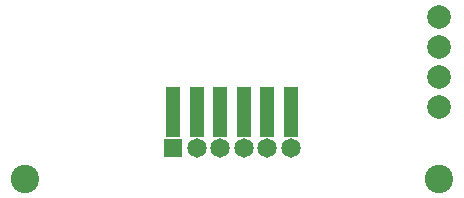
<source format=gbs>
G04 EAGLE Gerber RS-274X export*
G75*
%MOMM*%
%FSLAX34Y34*%
%LPD*%
%INSoldermask Bottom*%
%IPPOS*%
%AMOC8*
5,1,8,0,0,1.08239X$1,22.5*%
G01*
G04 Define Apertures*
%ADD10C,2.403200*%
%ADD11R,1.643200X1.643200*%
%ADD12C,1.643200*%
%ADD13R,1.203200X4.203200*%
%ADD14C,2.003200*%
D10*
X-175000Y-160000D03*
X175000Y-160000D03*
D11*
X-50000Y-133300D03*
D12*
X-30000Y-133300D03*
X-10000Y-133300D03*
X10000Y-133300D03*
X30000Y-133300D03*
X50000Y-133300D03*
D13*
X-50000Y-103300D03*
X-30000Y-103300D03*
X-10000Y-103300D03*
X10000Y-103300D03*
X30000Y-103300D03*
X50000Y-103300D03*
D14*
X175500Y-22400D03*
X175500Y-47800D03*
X175500Y-73200D03*
X175500Y-98600D03*
M02*

</source>
